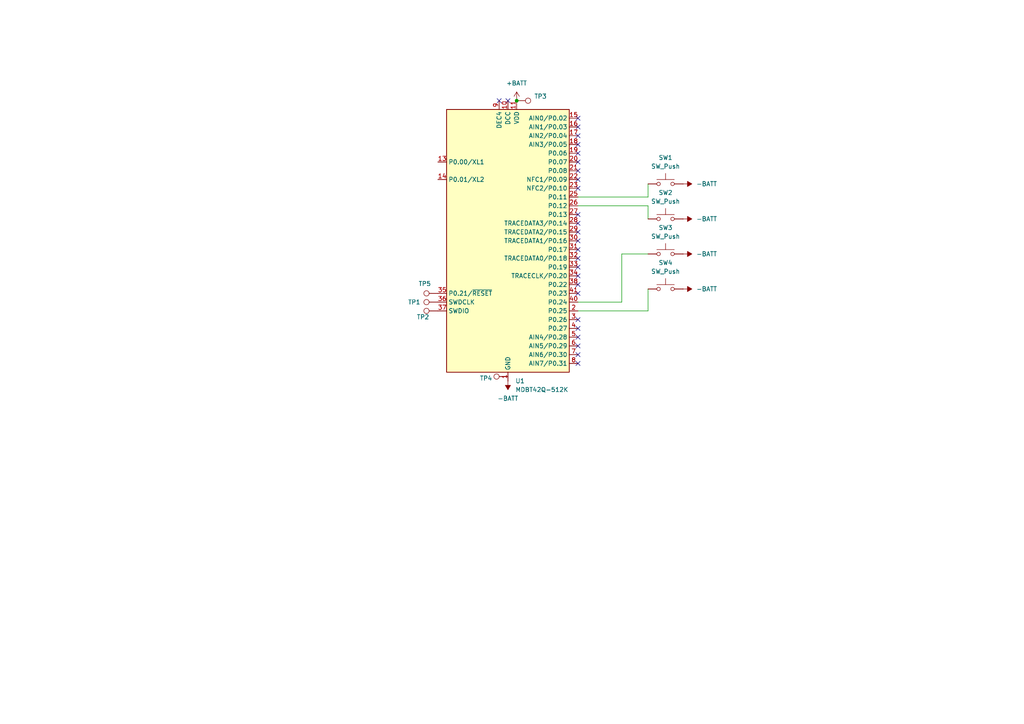
<source format=kicad_sch>
(kicad_sch (version 20250114) (generator "eeschema") (generator_version "9.0")
  (paper "A4")
  (lib_symbols
    (symbol "Connector:TestPoint" (pin_numbers (hide yes)) (pin_names (offset 0.762) (hide yes))
      (property "Reference" "TP" (at 0 6.858 0))
      (property "Value" "TestPoint" (at 0 5.08 0))
      (symbol "TestPoint_0_1"
        (circle (center 0 3.302) (radius 0.762))
      )
      (symbol "TestPoint_1_1"
        (pin passive line (at 0 0 90) (length 2.54) (name "1") (number "1"))
      )
    )
    (symbol "RF_Module:MDBT42Q-512K"
      (property "Reference" "U" (at -17.78 40.64 0))
      (property "Value" "MDBT42Q-512K" (at 10.16 40.64 0))
      (symbol "MDBT42Q-512K_0_1"
        (rectangle (start -17.78 38.1) (end 17.78 -38.1) (stroke (width 0.254)) (fill (type background)))
      )
      (symbol "MDBT42Q-512K_1_1"
        (pin bidirectional line (at -20.32 22.86 0) (length 2.54) (name "P0.00/XL1") (number "13"))
        (pin bidirectional line (at -20.32 17.78 0) (length 2.54) (name "P0.01/XL2") (number "14"))
        (pin bidirectional line (at -20.32 -15.24 0) (length 2.54) (name "P0.21/~{RESET}") (number "35"))
        (pin input line (at -20.32 -17.78 0) (length 2.54) (name "SWDCLK") (number "36"))
        (pin bidirectional line (at -20.32 -20.32 0) (length 2.54) (name "SWDIO") (number "37"))
        (pin power_out line (at -2.54 40.64 270) (length 2.54) (name "DEC4") (number "9"))
        (pin power_out line (at 0 40.64 270) (length 2.54) (name "DCC") (number "10"))
        (pin power_in line (at 0 -40.64 90) (length 2.54) (name "GND") (number "1"))
        (pin passive line (at 0 -40.64 90) (length 2.54) (hide yes) (name "GND") (number "12"))
        (pin passive line (at 0 -40.64 90) (length 2.54) (hide yes) (name "GND") (number "24"))
        (pin passive line (at 0 -40.64 90) (length 2.54) (hide yes) (name "GND") (number "39"))
        (pin power_in line (at 2.54 40.64 270) (length 2.54) (name "VDD") (number "11"))
        (pin bidirectional line (at 20.32 35.56 180) (length 2.54) (name "AIN0/P0.02") (number "15"))
        (pin bidirectional line (at 20.32 33.02 180) (length 2.54) (name "AIN1/P0.03") (number "16"))
        (pin bidirectional line (at 20.32 30.48 180) (length 2.54) (name "AIN2/P0.04") (number "17"))
        (pin bidirectional line (at 20.32 27.94 180) (length 2.54) (name "AIN3/P0.05") (number "18"))
        (pin bidirectional line (at 20.32 25.4 180) (length 2.54) (name "P0.06") (number "19"))
        (pin bidirectional line (at 20.32 22.86 180) (length 2.54) (name "P0.07") (number "20"))
        (pin bidirectional line (at 20.32 20.32 180) (length 2.54) (name "P0.08") (number "21"))
        (pin bidirectional line (at 20.32 17.78 180) (length 2.54) (name "NFC1/P0.09") (number "22"))
        (pin bidirectional line (at 20.32 15.24 180) (length 2.54) (name "NFC2/P0.10") (number "23"))
        (pin bidirectional line (at 20.32 12.7 180) (length 2.54) (name "P0.11") (number "25"))
        (pin bidirectional line (at 20.32 10.16 180) (length 2.54) (name "P0.12") (number "26"))
        (pin bidirectional line (at 20.32 7.62 180) (length 2.54) (name "P0.13") (number "27"))
        (pin bidirectional line (at 20.32 5.08 180) (length 2.54) (name "TRACEDATA3/P0.14") (number "28"))
        (pin bidirectional line (at 20.32 2.54 180) (length 2.54) (name "TRACEDATA2/P0.15") (number "29"))
        (pin bidirectional line (at 20.32 0 180) (length 2.54) (name "TRACEDATA1/P0.16") (number "30"))
        (pin bidirectional line (at 20.32 -2.54 180) (length 2.54) (name "P0.17") (number "31"))
        (pin bidirectional line (at 20.32 -5.08 180) (length 2.54) (name "TRACEDATA0/P0.18") (number "32"))
        (pin bidirectional line (at 20.32 -7.62 180) (length 2.54) (name "P0.19") (number "33"))
        (pin bidirectional line (at 20.32 -10.16 180) (length 2.54) (name "TRACECLK/P0.20") (number "34"))
        (pin bidirectional line (at 20.32 -12.7 180) (length 2.54) (name "P0.22") (number "38"))
        (pin bidirectional line (at 20.32 -15.24 180) (length 2.54) (name "P0.23") (number "41"))
        (pin bidirectional line (at 20.32 -17.78 180) (length 2.54) (name "P0.24") (number "40"))
        (pin bidirectional line (at 20.32 -20.32 180) (length 2.54) (name "P0.25") (number "2"))
        (pin bidirectional line (at 20.32 -22.86 180) (length 2.54) (name "P0.26") (number "3"))
        (pin bidirectional line (at 20.32 -25.4 180) (length 2.54) (name "P0.27") (number "4"))
        (pin bidirectional line (at 20.32 -27.94 180) (length 2.54) (name "AIN4/P0.28") (number "5"))
        (pin bidirectional line (at 20.32 -30.48 180) (length 2.54) (name "AIN5/P0.29") (number "6"))
        (pin bidirectional line (at 20.32 -33.02 180) (length 2.54) (name "AIN6/P0.30") (number "7"))
        (pin bidirectional line (at 20.32 -35.56 180) (length 2.54) (name "AIN7/P0.31") (number "8"))
      )
    )
    (symbol "Switch:SW_Push" (pin_numbers (hide yes)) (pin_names (offset 1.016) (hide yes))
      (property "Reference" "SW" (at 1.27 2.54 0))
      (property "Value" "SW_Push" (at 0 -1.524 0))
      (symbol "SW_Push_0_1"
        (circle (center -2.032 0) (radius 0.508))
        (polyline (pts (xy 0 1.27) (xy 0 3.048)))
        (circle (center 2.032 0) (radius 0.508))
        (polyline (pts (xy 2.54 1.27) (xy -2.54 1.27)))
        (pin passive line (at -5.08 0 0) (length 2.54) (name "1") (number "1"))
        (pin passive line (at 5.08 0 180) (length 2.54) (name "2") (number "2"))
      )
    )
    (symbol "power:+BATT" (power) (pin_numbers (hide yes)) (pin_names (offset 0) (hide yes))
      (property "Value" "+BATT" (at 0 3.556 0))
      (symbol "+BATT_0_1"
        (polyline (pts (xy -0.762 1.27) (xy 0 2.54)))
        (polyline (pts (xy 0 2.54) (xy 0.762 1.27)))
        (polyline (pts (xy 0 0) (xy 0 2.54)))
      )
      (symbol "+BATT_1_1"
        (pin power_in line (at 0 0 90) (length 0) (name "~") (number "1"))
      )
    )
    (symbol "power:-BATT" (power) (pin_numbers (hide yes)) (pin_names (offset 0) (hide yes))
      (property "Value" "-BATT" (at 0 3.556 0))
      (symbol "-BATT_0_1"
        (polyline (pts (xy 0 0) (xy 0 2.54)))
        (polyline (pts (xy 0.762 1.27) (xy -0.762 1.27) (xy 0 2.54) (xy 0.762 1.27)) (fill (type outline)))
      )
      (symbol "-BATT_1_1"
        (pin power_in line (at 0 0 90) (length 0) (name "~") (number "1"))
      )
    )
  )
  (junction (at 149.86 29.21))
  (no_connect (at 167.64 85.09))
  (no_connect (at 167.64 69.85))
  (no_connect (at 167.64 39.37))
  (no_connect (at 167.64 54.61))
  (no_connect (at 167.64 36.83))
  (no_connect (at 167.64 102.87))
  (no_connect (at 144.78 29.21))
  (no_connect (at 167.64 41.91))
  (no_connect (at 167.64 82.55))
  (no_connect (at 167.64 72.39))
  (no_connect (at 147.32 29.21))
  (no_connect (at 167.64 95.25))
  (no_connect (at 167.64 44.45))
  (no_connect (at 167.64 52.07))
  (no_connect (at 167.64 74.93))
  (no_connect (at 167.64 105.41))
  (no_connect (at 167.64 100.33))
  (no_connect (at 167.64 64.77))
  (no_connect (at 167.64 62.23))
  (no_connect (at 167.64 92.71))
  (no_connect (at 167.64 46.99))
  (no_connect (at 167.64 67.31))
  (no_connect (at 167.64 97.79))
  (no_connect (at 167.64 80.01))
  (no_connect (at 167.64 49.53))
  (no_connect (at 167.64 77.47))
  (no_connect (at 167.64 34.29))
  (wire (pts (xy 167.64 59.69) (xy 187.96 59.69)))
  (wire (pts (xy 180.34 87.63) (xy 180.34 73.66)))
  (wire (pts (xy 180.34 73.66) (xy 187.96 73.66)))
  (wire (pts (xy 167.64 57.15) (xy 187.96 57.15)))
  (wire (pts (xy 187.96 83.82) (xy 187.96 90.17)))
  (wire (pts (xy 187.96 59.69) (xy 187.96 63.5)))
  (wire (pts (xy 187.96 57.15) (xy 187.96 53.34)))
  (wire (pts (xy 167.64 87.63) (xy 180.34 87.63)))
  (wire (pts (xy 167.64 90.17) (xy 187.96 90.17)))
  (symbol (lib_id "Switch:SW_Push") (at 193.04 53.34 0) (unit 1)
    (property "Reference" "SW1" (at 193.04 45.72 0))
    (property "Value" "SW_Push" (at 193.04 48.26 0))
    (property "Footprint" "Button_Switch_SMD:SW_SPST_TL3342" (effects (hide yes)))
    (property "Description" "Push button switch, generic, two pins" (effects (hide yes)))
  )
  (symbol (lib_id "Connector:TestPoint") (at 127 85.09 90) (unit 1)
    (property "Reference" "TP5" (at 123.19 82.296 90))
    (property "Value" "TestPoint" (effects (hide yes)))
    (property "Description" "test point" (effects (hide yes)))
  )
  (symbol (lib_id "power:-BATT") (at 198.12 83.82 270) (unit 1)
    (property "Reference" "#PWR06" (effects (hide yes)))
    (property "Value" "-BATT" (at 201.93 83.8199 90) (effects (justify left)))
    (property "Description" "Power symbol creates a global label with name \"-BATT\"" (effects (hide yes)))
  )
  (symbol (lib_id "RF_Module:MDBT42Q-512K") (at 147.32 69.85 0) (unit 1)
    (property "Reference" "U1" (at 149.4633 110.49 0) (effects (justify left)))
    (property "Value" "MDBT42Q-512K" (at 149.4633 113.03 0) (effects (justify left)))
    (property "Footprint" "RF_Module:Raytac_MDBT42Q" (effects (hide yes)))
    (property "Datasheet" "https://www.raytac.com/download/index.php?index_id=27" (effects (hide yes)))
    (property "Description" "Multiprotocol BLE/ANT/2.4 GHz/802.15.4 Cortex-M4F SoC, nRF52832 module, ceramic antenna" (effects (hide yes)))
  )
  (symbol (lib_id "Switch:SW_Push") (at 193.04 73.66 0) (unit 1)
    (property "Reference" "SW3" (at 193.04 66.04 0))
    (property "Value" "SW_Push" (at 193.04 68.58 0))
    (property "Footprint" "Button_Switch_SMD:SW_SPST_TL3342" (effects (hide yes)))
    (property "Description" "Push button switch, generic, two pins" (effects (hide yes)))
  )
  (symbol (lib_id "power:-BATT") (at 198.12 63.5 270) (unit 1)
    (property "Reference" "#PWR04" (effects (hide yes)))
    (property "Value" "-BATT" (at 201.93 63.4999 90) (effects (justify left)))
    (property "Description" "Power symbol creates a global label with name \"-BATT\"" (effects (hide yes)))
  )
  (symbol (lib_id "power:-BATT") (at 147.32 110.49 180) (unit 1)
    (property "Reference" "#PWR01" (effects (hide yes)))
    (property "Value" "-BATT" (at 147.32 115.57 0))
    (property "Description" "Power symbol creates a global label with name \"-BATT\"" (effects (hide yes)))
  )
  (symbol (lib_id "power:-BATT") (at 198.12 53.34 270) (unit 1)
    (property "Reference" "#PWR03" (effects (hide yes)))
    (property "Value" "-BATT" (at 201.93 53.3399 90) (effects (justify left)))
    (property "Description" "Power symbol creates a global label with name \"-BATT\"" (effects (hide yes)))
  )
  (symbol (lib_id "Connector:TestPoint") (at 147.32 109.22 90) (unit 1)
    (property "Reference" "TP4" (at 140.97 109.728 90))
    (property "Value" "TestPoint" (effects (hide yes)))
    (property "Description" "test point" (effects (hide yes)))
  )
  (symbol (lib_id "power:-BATT") (at 198.12 73.66 270) (unit 1)
    (property "Reference" "#PWR05" (effects (hide yes)))
    (property "Value" "-BATT" (at 201.93 73.6599 90) (effects (justify left)))
    (property "Description" "Power symbol creates a global label with name \"-BATT\"" (effects (hide yes)))
  )
  (symbol (lib_id "Switch:SW_Push") (at 193.04 63.5 0) (unit 1)
    (property "Reference" "SW2" (at 193.04 55.88 0))
    (property "Value" "SW_Push" (at 193.04 58.42 0))
    (property "Footprint" "Button_Switch_SMD:SW_SPST_TL3342" (effects (hide yes)))
    (property "Description" "Push button switch, generic, two pins" (effects (hide yes)))
  )
  (symbol (lib_id "Connector:TestPoint") (at 127 87.63 90) (unit 1)
    (property "Reference" "TP1" (at 120.142 87.63 90))
    (property "Value" "TestPoint" (effects (hide yes)))
    (property "Description" "test point" (effects (hide yes)))
  )
  (symbol (lib_id "Switch:SW_Push") (at 193.04 83.82 0) (unit 1)
    (property "Reference" "SW4" (at 193.04 76.2 0))
    (property "Value" "SW_Push" (at 193.04 78.74 0))
    (property "Footprint" "Button_Switch_SMD:SW_SPST_TL3342" (effects (hide yes)))
    (property "Description" "Push button switch, generic, two pins" (effects (hide yes)))
  )
  (symbol (lib_id "Connector:TestPoint") (at 149.86 29.21 270) (unit 1)
    (property "Reference" "TP3" (at 154.94 27.9399 90) (effects (justify left)))
    (property "Value" "TestPoint" (effects (hide yes)))
    (property "Description" "test point" (effects (hide yes)))
  )
  (symbol (lib_id "Connector:TestPoint") (at 127 90.17 90) (unit 1)
    (property "Reference" "TP2" (at 122.682 91.948 90))
    (property "Value" "TestPoint" (effects (hide yes)))
    (property "Description" "test point" (effects (hide yes)))
  )
  (symbol (lib_id "power:+BATT") (at 149.86 29.21 0) (unit 1)
    (property "Reference" "#PWR02" (effects (hide yes)))
    (property "Value" "+BATT" (at 149.86 24.13 0))
    (property "Description" "Power symbol creates a global label with name \"+BATT\"" (effects (hide yes)))
  )
)
</source>
